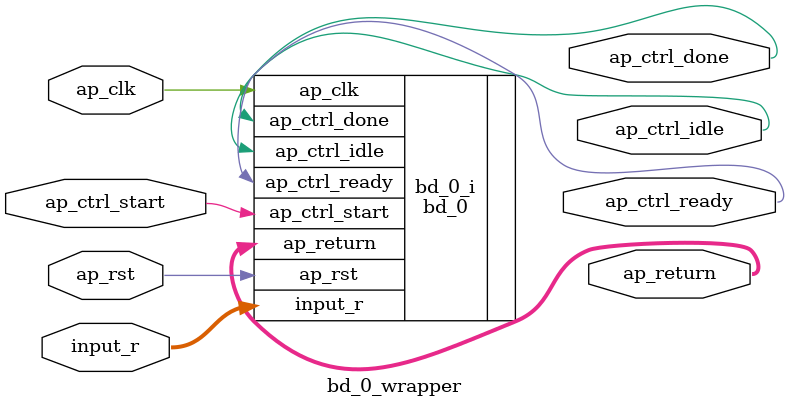
<source format=v>
`timescale 1 ps / 1 ps

module bd_0_wrapper
   (ap_clk,
    ap_ctrl_done,
    ap_ctrl_idle,
    ap_ctrl_ready,
    ap_ctrl_start,
    ap_return,
    ap_rst,
    input_r);
  input ap_clk;
  output ap_ctrl_done;
  output ap_ctrl_idle;
  output ap_ctrl_ready;
  input ap_ctrl_start;
  output [31:0]ap_return;
  input ap_rst;
  input [31:0]input_r;

  wire ap_clk;
  wire ap_ctrl_done;
  wire ap_ctrl_idle;
  wire ap_ctrl_ready;
  wire ap_ctrl_start;
  wire [31:0]ap_return;
  wire ap_rst;
  wire [31:0]input_r;

  bd_0 bd_0_i
       (.ap_clk(ap_clk),
        .ap_ctrl_done(ap_ctrl_done),
        .ap_ctrl_idle(ap_ctrl_idle),
        .ap_ctrl_ready(ap_ctrl_ready),
        .ap_ctrl_start(ap_ctrl_start),
        .ap_return(ap_return),
        .ap_rst(ap_rst),
        .input_r(input_r));
endmodule

</source>
